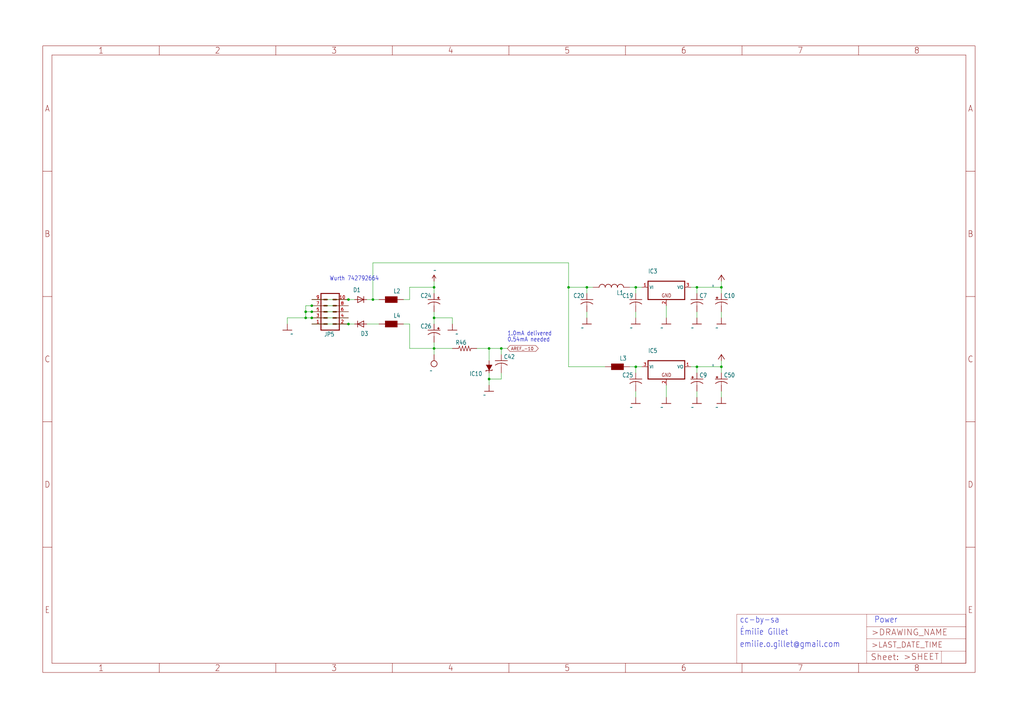
<source format=kicad_sch>
(kicad_sch (version 20211123) (generator eeschema)
  (paper "User" 425.45 299.161)
  (lib_symbols
    (symbol "tides-eagle-import:+3V3" (power)
      (property "Value" "+3V3" (at -2.54 -5.08 90))
      (symbol "+3V3_1_0"
        (polyline (pts (xy 0 0) (xy -1.27 -1.905)) (stroke (width 0.254)))
        (polyline (pts (xy 1.27 -1.905) (xy 0 0)) (stroke (width 0.254)))
        (pin power_in line (at 0 -2.54 90) (length 2.54) (name "+3V3") (number "1"))
      )
    )
    (symbol "tides-eagle-import:+3V3_A" (power)
      (property "Value" "+3V3_A" (at -2.54 -5.08 90))
      (symbol "+3V3_A_1_0"
        (polyline (pts (xy 0 0) (xy -1.27 -1.905)) (stroke (width 0.254)))
        (polyline (pts (xy 1.27 -1.905) (xy 0 0)) (stroke (width 0.254)))
        (pin power_in line (at 0 -2.54 90) (length 2.54) (name "+3V3_A") (number "1"))
      )
    )
    (symbol "tides-eagle-import:A3L-LOC"
      (symbol "A3L-LOC_1_0"
        (polyline (pts (xy 0 52.07) (xy 3.81 52.07)))
        (polyline (pts (xy 0 104.14) (xy 3.81 104.14)))
        (polyline (pts (xy 0 156.21) (xy 3.81 156.21)))
        (polyline (pts (xy 0 208.28) (xy 3.81 208.28)))
        (polyline (pts (xy 3.81 3.81) (xy 3.81 256.54)))
        (polyline (pts (xy 48.4188 0) (xy 48.4188 3.81)))
        (polyline (pts (xy 48.4188 256.54) (xy 48.4188 260.35)))
        (polyline (pts (xy 96.8375 0) (xy 96.8375 3.81)))
        (polyline (pts (xy 96.8375 256.54) (xy 96.8375 260.35)))
        (polyline (pts (xy 145.2563 0) (xy 145.2563 3.81)))
        (polyline (pts (xy 145.2563 256.54) (xy 145.2563 260.35)))
        (polyline (pts (xy 193.675 0) (xy 193.675 3.81)))
        (polyline (pts (xy 193.675 256.54) (xy 193.675 260.35)))
        (polyline (pts (xy 242.0938 0) (xy 242.0938 3.81)))
        (polyline (pts (xy 242.0938 256.54) (xy 242.0938 260.35)))
        (polyline (pts (xy 288.29 3.81) (xy 288.29 24.13)) (stroke (width 0.1016)))
        (polyline (pts (xy 288.29 3.81) (xy 342.265 3.81)) (stroke (width 0.1016)))
        (polyline (pts (xy 288.29 24.13) (xy 342.265 24.13)) (stroke (width 0.1016)))
        (polyline (pts (xy 290.5125 0) (xy 290.5125 3.81)))
        (polyline (pts (xy 290.5125 256.54) (xy 290.5125 260.35)))
        (polyline (pts (xy 338.9313 0) (xy 338.9313 3.81)))
        (polyline (pts (xy 338.9313 256.54) (xy 338.9313 260.35)))
        (polyline (pts (xy 342.265 3.81) (xy 373.38 3.81)) (stroke (width 0.1016)))
        (polyline (pts (xy 342.265 8.89) (xy 342.265 3.81)) (stroke (width 0.1016)))
        (polyline (pts (xy 342.265 8.89) (xy 342.265 13.97)) (stroke (width 0.1016)))
        (polyline (pts (xy 342.265 13.97) (xy 342.265 19.05)) (stroke (width 0.1016)))
        (polyline (pts (xy 342.265 13.97) (xy 383.54 13.97)) (stroke (width 0.1016)))
        (polyline (pts (xy 342.265 19.05) (xy 342.265 24.13)) (stroke (width 0.1016)))
        (polyline (pts (xy 342.265 19.05) (xy 383.54 19.05)) (stroke (width 0.1016)))
        (polyline (pts (xy 342.265 24.13) (xy 383.54 24.13)) (stroke (width 0.1016)))
        (polyline (pts (xy 373.38 3.81) (xy 373.38 8.89)) (stroke (width 0.1016)))
        (polyline (pts (xy 373.38 3.81) (xy 383.54 3.81)) (stroke (width 0.1016)))
        (polyline (pts (xy 373.38 8.89) (xy 342.265 8.89)) (stroke (width 0.1016)))
        (polyline (pts (xy 373.38 8.89) (xy 383.54 8.89)) (stroke (width 0.1016)))
        (polyline (pts (xy 383.54 3.81) (xy 3.81 3.81)))
        (polyline (pts (xy 383.54 3.81) (xy 383.54 8.89)) (stroke (width 0.1016)))
        (polyline (pts (xy 383.54 3.81) (xy 383.54 256.54)))
        (polyline (pts (xy 383.54 8.89) (xy 383.54 13.97)) (stroke (width 0.1016)))
        (polyline (pts (xy 383.54 13.97) (xy 383.54 19.05)) (stroke (width 0.1016)))
        (polyline (pts (xy 383.54 19.05) (xy 383.54 24.13)) (stroke (width 0.1016)))
        (polyline (pts (xy 383.54 52.07) (xy 387.35 52.07)))
        (polyline (pts (xy 383.54 104.14) (xy 387.35 104.14)))
        (polyline (pts (xy 383.54 156.21) (xy 387.35 156.21)))
        (polyline (pts (xy 383.54 208.28) (xy 387.35 208.28)))
        (polyline (pts (xy 383.54 256.54) (xy 3.81 256.54)))
        (polyline (pts (xy 0 0) (xy 387.35 0) (xy 387.35 260.35) (xy 0 260.35) (xy 0 0)))
        (text "1" (at 24.2094 1.905 0) (effects (font (size 2.54 2.286))))
        (text "1" (at 24.2094 258.445 0) (effects (font (size 2.54 2.286))))
        (text "2" (at 72.6281 1.905 0) (effects (font (size 2.54 2.286))))
        (text "2" (at 72.6281 258.445 0) (effects (font (size 2.54 2.286))))
        (text "3" (at 121.0469 1.905 0) (effects (font (size 2.54 2.286))))
        (text "3" (at 121.0469 258.445 0) (effects (font (size 2.54 2.286))))
        (text "4" (at 169.4656 1.905 0) (effects (font (size 2.54 2.286))))
        (text "4" (at 169.4656 258.445 0) (effects (font (size 2.54 2.286))))
        (text "5" (at 217.8844 1.905 0) (effects (font (size 2.54 2.286))))
        (text "5" (at 217.8844 258.445 0) (effects (font (size 2.54 2.286))))
        (text "6" (at 266.3031 1.905 0) (effects (font (size 2.54 2.286))))
        (text "6" (at 266.3031 258.445 0) (effects (font (size 2.54 2.286))))
        (text "7" (at 314.7219 1.905 0) (effects (font (size 2.54 2.286))))
        (text "7" (at 314.7219 258.445 0) (effects (font (size 2.54 2.286))))
        (text "8" (at 363.1406 1.905 0) (effects (font (size 2.54 2.286))))
        (text "8" (at 363.1406 258.445 0) (effects (font (size 2.54 2.286))))
        (text ">DRAWING_NAME" (at 344.17 15.24 0) (effects (font (size 2.54 2.54)) (justify left bottom)))
        (text ">LAST_DATE_TIME" (at 344.17 10.16 0) (effects (font (size 2.286 2.286)) (justify left bottom)))
        (text ">SHEET" (at 357.505 5.08 0) (effects (font (size 2.54 2.54)) (justify left bottom)))
        (text "A" (at 1.905 234.315 0) (effects (font (size 2.54 2.286))))
        (text "A" (at 385.445 234.315 0) (effects (font (size 2.54 2.286))))
        (text "B" (at 1.905 182.245 0) (effects (font (size 2.54 2.286))))
        (text "B" (at 385.445 182.245 0) (effects (font (size 2.54 2.286))))
        (text "C" (at 1.905 130.175 0) (effects (font (size 2.54 2.286))))
        (text "C" (at 385.445 130.175 0) (effects (font (size 2.54 2.286))))
        (text "D" (at 1.905 78.105 0) (effects (font (size 2.54 2.286))))
        (text "D" (at 385.445 78.105 0) (effects (font (size 2.54 2.286))))
        (text "E" (at 1.905 26.035 0) (effects (font (size 2.54 2.286))))
        (text "E" (at 385.445 26.035 0) (effects (font (size 2.54 2.286))))
        (text "Sheet:" (at 343.916 4.953 0) (effects (font (size 2.54 2.54)) (justify left bottom)))
      )
    )
    (symbol "tides-eagle-import:C-USC0402"
      (property "Reference" "C" (at 1.016 0.635 0))
      (property "Value" "C-USC0402" (at 1.016 -4.191 0))
      (symbol "C-USC0402_1_0"
        (arc (start 0 -1.0161) (mid -1.302 -1.2303) (end -2.4668 -1.8504) (stroke (width 0.254)))
        (polyline (pts (xy -2.54 0) (xy 2.54 0)) (stroke (width 0.254)))
        (polyline (pts (xy 0 -1.016) (xy 0 -2.54)) (stroke (width 0.1524)))
        (arc (start 2.4892 -1.8542) (mid 1.3158 -1.2195) (end 0 -1) (stroke (width 0.254)))
        (pin passive line (at 0 2.54 270) (length 2.54) (name "1") (number "1"))
        (pin passive line (at 0 -5.08 90) (length 2.54) (name "2") (number "2"))
      )
    )
    (symbol "tides-eagle-import:C-USC1206"
      (property "Reference" "C" (at 1.016 0.635 0))
      (property "Value" "C-USC1206" (at 1.016 -4.191 0))
      (symbol "C-USC1206_1_0"
        (arc (start 0 -1.0161) (mid -1.302 -1.2303) (end -2.4668 -1.8504) (stroke (width 0.254)))
        (polyline (pts (xy -2.54 0) (xy 2.54 0)) (stroke (width 0.254)))
        (polyline (pts (xy 0 -1.016) (xy 0 -2.54)) (stroke (width 0.1524)))
        (arc (start 2.4892 -1.8542) (mid 1.3158 -1.2195) (end 0 -1) (stroke (width 0.254)))
        (pin passive line (at 0 2.54 270) (length 2.54) (name "1") (number "1"))
        (pin passive line (at 0 -5.08 90) (length 2.54) (name "2") (number "2"))
      )
    )
    (symbol "tides-eagle-import:CPOL-USA"
      (property "Reference" "C" (at 1.016 0.635 0))
      (property "Value" "CPOL-USA" (at 1.016 -4.191 0))
      (symbol "CPOL-USA_1_0"
        (rectangle (start -2.253 0.668) (end -1.364 0.795) (fill (type outline)))
        (rectangle (start -1.872 0.287) (end -1.745 1.176) (fill (type outline)))
        (arc (start 0 -1.0161) (mid -1.3021 -1.2302) (end -2.4669 -1.8504) (stroke (width 0.254)))
        (polyline (pts (xy -2.54 0) (xy 2.54 0)) (stroke (width 0.254)))
        (polyline (pts (xy 0 -1.016) (xy 0 -2.54)) (stroke (width 0.1524)))
        (arc (start 2.4892 -1.8542) (mid 1.3158 -1.2195) (end 0 -1) (stroke (width 0.254)))
        (pin passive line (at 0 2.54 270) (length 2.54) (name "+") (number "+"))
        (pin passive line (at 0 -5.08 90) (length 2.54) (name "-") (number "-"))
      )
    )
    (symbol "tides-eagle-import:CPOL-USB"
      (property "Reference" "C" (at 1.016 0.635 0))
      (property "Value" "CPOL-USB" (at 1.016 -4.191 0))
      (symbol "CPOL-USB_1_0"
        (rectangle (start -2.253 0.668) (end -1.364 0.795) (fill (type outline)))
        (rectangle (start -1.872 0.287) (end -1.745 1.176) (fill (type outline)))
        (arc (start 0 -1.0161) (mid -1.3021 -1.2302) (end -2.4669 -1.8504) (stroke (width 0.254)))
        (polyline (pts (xy -2.54 0) (xy 2.54 0)) (stroke (width 0.254)))
        (polyline (pts (xy 0 -1.016) (xy 0 -2.54)) (stroke (width 0.1524)))
        (arc (start 2.4892 -1.8542) (mid 1.3158 -1.2195) (end 0 -1) (stroke (width 0.254)))
        (pin passive line (at 0 2.54 270) (length 2.54) (name "+") (number "+"))
        (pin passive line (at 0 -5.08 90) (length 2.54) (name "-") (number "-"))
      )
    )
    (symbol "tides-eagle-import:DIODE-SOD123"
      (property "Reference" "D" (at 2.54 0.4826 0))
      (property "Value" "DIODE-SOD123" (at 2.54 -2.3114 0))
      (symbol "DIODE-SOD123_1_0"
        (polyline (pts (xy -1.27 -1.27) (xy 1.27 0)) (stroke (width 0.254)))
        (polyline (pts (xy -1.27 1.27) (xy -1.27 -1.27)) (stroke (width 0.254)))
        (polyline (pts (xy 1.27 0) (xy -1.27 1.27)) (stroke (width 0.254)))
        (polyline (pts (xy 1.27 0) (xy 1.27 -1.27)) (stroke (width 0.254)))
        (polyline (pts (xy 1.27 1.27) (xy 1.27 0)) (stroke (width 0.254)))
        (pin passive line (at -2.54 0 0) (length 2.54) (name "A") (number "A"))
        (pin passive line (at 2.54 0 180) (length 2.54) (name "C") (number "C"))
      )
    )
    (symbol "tides-eagle-import:GND" (power)
      (property "Value" "GND" (at -2.54 -2.54 0))
      (symbol "GND_1_0"
        (polyline (pts (xy -1.905 0) (xy 1.905 0)) (stroke (width 0.254)))
        (pin power_in line (at 0 2.54 270) (length 2.54) (name "GND") (number "1"))
      )
    )
    (symbol "tides-eagle-import:L-USL2012C"
      (property "Value" "L-USL2012C" (at 3.81 -5.08 90))
      (symbol "L-USL2012C_1_0"
        (arc (start 0 -5.08) (mid 0.898 -4.708) (end 1.27 -3.81) (stroke (width 0.254)))
        (arc (start 0 -2.54) (mid 0.898 -2.168) (end 1.27 -1.27) (stroke (width 0.254)))
        (arc (start 0 0) (mid 0.898 0.372) (end 1.27 1.27) (stroke (width 0.254)))
        (arc (start 0 2.54) (mid 0.898 2.912) (end 1.27 3.81) (stroke (width 0.254)))
        (arc (start 1.27 -3.81) (mid 0.898 -2.912) (end 0 -2.54) (stroke (width 0.254)))
        (arc (start 1.27 -1.27) (mid 0.898 -0.372) (end 0 0) (stroke (width 0.254)))
        (arc (start 1.27 1.27) (mid 0.898 2.168) (end 0 2.54) (stroke (width 0.254)))
        (arc (start 1.27 3.81) (mid 0.898 4.708) (end 0 5.08) (stroke (width 0.254)))
        (pin passive line (at 0 7.62 270) (length 2.54) (name "1") (number "1"))
        (pin passive line (at 0 -7.62 90) (length 2.54) (name "2") (number "2"))
      )
    )
    (symbol "tides-eagle-import:LD2981ABU"
      (property "Reference" "IC" (at -7.62 5.715 0))
      (property "Value" "LD2981ABU" (at -7.62 3.175 0))
      (symbol "LD2981ABU_1_0"
        (polyline (pts (xy -7.62 -5.08) (xy 7.62 -5.08)) (stroke (width 0.4064)))
        (polyline (pts (xy -7.62 2.54) (xy -7.62 -5.08)) (stroke (width 0.4064)))
        (polyline (pts (xy 7.62 -5.08) (xy 7.62 2.54)) (stroke (width 0.4064)))
        (polyline (pts (xy 7.62 2.54) (xy -7.62 2.54)) (stroke (width 0.4064)))
        (text "GND" (at -2.032 -4.318 0) (effects (font (size 1.524 1.2954)) (justify left bottom)))
        (pin passive line (at 10.16 0 180) (length 2.54) (name "VO") (number "1"))
        (pin passive line (at 0 -7.62 90) (length 2.54) (name "GND") (number "2"))
        (pin input line (at -10.16 0 0) (length 2.54) (name "VI") (number "3"))
      )
    )
    (symbol "tides-eagle-import:LM4041DBZ"
      (property "Reference" "IC" (at 2.794 1.905 0))
      (property "Value" "LM4041DBZ" (at 2.794 -0.889 0))
      (symbol "LM4041DBZ_1_0"
        (polyline (pts (xy -1.27 1.524) (xy -1.27 1.143)) (stroke (width 0.254)))
        (polyline (pts (xy 0 1.524) (xy -1.27 1.524)) (stroke (width 0.254)))
        (polyline (pts (xy 1.27 1.524) (xy 0 1.524)) (stroke (width 0.254)))
        (polyline (pts (xy 1.27 1.905) (xy 1.27 1.524)) (stroke (width 0.254)))
        (polyline (pts (xy 0 1.524) (xy -1.27 -0.762) (xy 1.27 -0.762)) (fill (type outline)))
        (pin passive line (at 0 2.54 270) (length 2.54) (name "C") (number "1"))
        (pin passive line (at 0 -2.54 90) (length 2.54) (name "A") (number "2"))
      )
    )
    (symbol "tides-eagle-import:M05X2SHD"
      (property "Reference" "JP" (at -2.54 8.382 0))
      (property "Value" "M05X2SHD" (at -2.54 -10.16 0))
      (symbol "M05X2SHD_1_0"
        (polyline (pts (xy -3.81 7.62) (xy -3.81 -7.62)) (stroke (width 0.4064)))
        (polyline (pts (xy -3.81 7.62) (xy 3.81 7.62)) (stroke (width 0.4064)))
        (polyline (pts (xy -1.27 -5.08) (xy -2.54 -5.08)) (stroke (width 0.6096)))
        (polyline (pts (xy -1.27 -2.54) (xy -2.54 -2.54)) (stroke (width 0.6096)))
        (polyline (pts (xy -1.27 0) (xy -2.54 0)) (stroke (width 0.6096)))
        (polyline (pts (xy -1.27 2.54) (xy -2.54 2.54)) (stroke (width 0.6096)))
        (polyline (pts (xy -1.27 5.08) (xy -2.54 5.08)) (stroke (width 0.6096)))
        (polyline (pts (xy 1.27 -5.08) (xy 2.54 -5.08)) (stroke (width 0.6096)))
        (polyline (pts (xy 1.27 -2.54) (xy 2.54 -2.54)) (stroke (width 0.6096)))
        (polyline (pts (xy 1.27 0) (xy 2.54 0)) (stroke (width 0.6096)))
        (polyline (pts (xy 1.27 2.54) (xy 2.54 2.54)) (stroke (width 0.6096)))
        (polyline (pts (xy 1.27 5.08) (xy 2.54 5.08)) (stroke (width 0.6096)))
        (polyline (pts (xy 3.81 -7.62) (xy -3.81 -7.62)) (stroke (width 0.4064)))
        (polyline (pts (xy 3.81 -7.62) (xy 3.81 7.62)) (stroke (width 0.4064)))
        (pin passive line (at -7.62 5.08 0) (length 5.08) (name "1") (number "1"))
        (pin passive line (at 7.62 -5.08 180) (length 5.08) (name "10") (number "10"))
        (pin passive line (at 7.62 5.08 180) (length 5.08) (name "2") (number "2"))
        (pin passive line (at -7.62 2.54 0) (length 5.08) (name "3") (number "3"))
        (pin passive line (at 7.62 2.54 180) (length 5.08) (name "4") (number "4"))
        (pin passive line (at -7.62 0 0) (length 5.08) (name "5") (number "5"))
        (pin passive line (at 7.62 0 180) (length 5.08) (name "6") (number "6"))
        (pin passive line (at -7.62 -2.54 0) (length 5.08) (name "7") (number "7"))
        (pin passive line (at 7.62 -2.54 180) (length 5.08) (name "8") (number "8"))
        (pin passive line (at -7.62 -5.08 0) (length 5.08) (name "9") (number "9"))
      )
    )
    (symbol "tides-eagle-import:R-US_R0402"
      (property "Reference" "R" (at -3.81 1.4986 0))
      (property "Value" "R-US_R0402" (at -3.81 -3.302 0))
      (symbol "R-US_R0402_1_0"
        (polyline (pts (xy -2.54 0) (xy -2.159 1.016)) (stroke (width 0.2032)))
        (polyline (pts (xy -2.159 1.016) (xy -1.524 -1.016)) (stroke (width 0.2032)))
        (polyline (pts (xy -1.524 -1.016) (xy -0.889 1.016)) (stroke (width 0.2032)))
        (polyline (pts (xy -0.889 1.016) (xy -0.254 -1.016)) (stroke (width 0.2032)))
        (polyline (pts (xy -0.254 -1.016) (xy 0.381 1.016)) (stroke (width 0.2032)))
        (polyline (pts (xy 0.381 1.016) (xy 1.016 -1.016)) (stroke (width 0.2032)))
        (polyline (pts (xy 1.016 -1.016) (xy 1.651 1.016)) (stroke (width 0.2032)))
        (polyline (pts (xy 1.651 1.016) (xy 2.286 -1.016)) (stroke (width 0.2032)))
        (polyline (pts (xy 2.286 -1.016) (xy 2.54 0)) (stroke (width 0.2032)))
        (pin passive line (at -5.08 0 0) (length 2.54) (name "1") (number "1"))
        (pin passive line (at 5.08 0 180) (length 2.54) (name "2") (number "2"))
      )
    )
    (symbol "tides-eagle-import:VCC" (power)
      (property "Value" "VCC" (at -1.016 3.556 0))
      (symbol "VCC_1_0"
        (polyline (pts (xy 0 2.54) (xy -0.762 1.27)) (stroke (width 0.254)))
        (polyline (pts (xy 0.762 1.27) (xy 0 2.54)) (stroke (width 0.254)))
        (pin power_in line (at 0 0 90) (length 2.54) (name "VCC") (number "1"))
      )
    )
    (symbol "tides-eagle-import:VEE" (power)
      (property "Value" "VEE" (at -1.905 3.175 0))
      (symbol "VEE_1_0"
        (circle (center 0 1.27) (radius 1.27) (stroke (width 0.254)))
        (pin power_in line (at 0 -2.54 90) (length 2.54) (name "VEE") (number "1"))
      )
    )
    (symbol "tides-eagle-import:WE-CBF_0603"
      (property "Reference" "L" (at -3.81 5.08 0))
      (property "Value" "WE-CBF_0603" (at -3.81 -1.27 0))
      (symbol "WE-CBF_0603_1_0"
        (rectangle (start -2.54 1.27) (end 2.54 3.81) (fill (type outline)))
        (pin passive line (at -5.08 2.54 0) (length 2.54) (name "1") (number "1"))
        (pin passive line (at 5.08 2.54 180) (length 2.54) (name "2") (number "2"))
      )
    )
    (symbol "tides-eagle-import:WE173950378"
      (property "Reference" "IC" (at -7.62 5.715 0))
      (property "Value" "WE173950378" (at -7.62 3.175 0))
      (symbol "WE173950378_1_0"
        (polyline (pts (xy -7.62 -5.08) (xy 7.62 -5.08)) (stroke (width 0.4064)))
        (polyline (pts (xy -7.62 2.54) (xy -7.62 -5.08)) (stroke (width 0.4064)))
        (polyline (pts (xy 7.62 -5.08) (xy 7.62 2.54)) (stroke (width 0.4064)))
        (polyline (pts (xy 7.62 2.54) (xy -7.62 2.54)) (stroke (width 0.4064)))
        (text "GND" (at -2.032 -4.318 0) (effects (font (size 1.524 1.2954)) (justify left bottom)))
        (pin input line (at -10.16 0 0) (length 2.54) (name "VI") (number "1"))
        (pin passive line (at 0 -7.62 90) (length 2.54) (name "GND") (number "2"))
        (pin passive line (at 10.16 0 180) (length 2.54) (name "VO") (number "3"))
      )
    )
  )
  (junction (at 129.54 127))
  (junction (at 236.22 119.38))
  (junction (at 180.34 144.78))
  (junction (at 154.94 124.46))
  (junction (at 289.56 152.4))
  (junction (at 264.16 152.4))
  (junction (at 264.16 119.38))
  (junction (at 144.78 134.62))
  (junction (at 129.54 129.54))
  (junction (at 203.2 144.78))
  (junction (at 289.56 119.38))
  (junction (at 299.72 152.4))
  (junction (at 144.78 124.46))
  (junction (at 243.84 119.38))
  (junction (at 180.34 132.08))
  (junction (at 299.72 119.38))
  (junction (at 180.34 119.38))
  (junction (at 129.54 132.08))
  (junction (at 127 129.54))
  (junction (at 208.28 144.78))
  (junction (at 203.2 157.48))
  (junction (at 127 132.08))
  (wire (pts (xy 289.56 129.54) (xy 289.56 132.08)))
  (wire (pts (xy 203.2 144.78) (xy 198.12 144.78)))
  (wire (pts (xy 152.4 134.62) (xy 157.48 134.62)))
  (wire (pts (xy 180.34 132.08) (xy 187.96 132.08)))
  (wire (pts (xy 236.22 119.38) (xy 243.84 119.38)))
  (wire (pts (xy 287.02 152.4) (xy 289.56 152.4)))
  (wire (pts (xy 299.72 119.38) (xy 299.72 121.92)))
  (wire (pts (xy 144.78 132.08) (xy 129.54 132.08)))
  (wire (pts (xy 203.2 157.48) (xy 203.2 160.02)))
  (wire (pts (xy 264.16 119.38) (xy 264.16 121.92)))
  (wire (pts (xy 203.2 154.94) (xy 203.2 157.48)))
  (wire (pts (xy 264.16 129.54) (xy 264.16 132.08)))
  (wire (pts (xy 119.38 132.08) (xy 119.38 134.62)))
  (wire (pts (xy 127 127) (xy 127 129.54)))
  (wire (pts (xy 287.02 119.38) (xy 289.56 119.38)))
  (wire (pts (xy 299.72 116.84) (xy 299.72 119.38)))
  (wire (pts (xy 180.34 132.08) (xy 180.34 134.62)))
  (wire (pts (xy 264.16 152.4) (xy 266.7 152.4)))
  (wire (pts (xy 299.72 129.54) (xy 299.72 132.08)))
  (wire (pts (xy 266.7 119.38) (xy 264.16 119.38)))
  (wire (pts (xy 144.78 124.46) (xy 129.54 124.46)))
  (wire (pts (xy 129.54 132.08) (xy 127 132.08)))
  (wire (pts (xy 299.72 154.94) (xy 299.72 152.4)))
  (wire (pts (xy 144.78 134.62) (xy 129.54 134.62)))
  (wire (pts (xy 129.54 127) (xy 127 127)))
  (wire (pts (xy 236.22 109.22) (xy 236.22 119.38)))
  (wire (pts (xy 276.86 132.08) (xy 276.86 127)))
  (wire (pts (xy 180.34 129.54) (xy 180.34 132.08)))
  (wire (pts (xy 170.18 144.78) (xy 170.18 134.62)))
  (wire (pts (xy 127 129.54) (xy 129.54 129.54)))
  (wire (pts (xy 180.34 119.38) (xy 180.34 116.84)))
  (wire (pts (xy 208.28 144.78) (xy 210.82 144.78)))
  (wire (pts (xy 144.78 124.46) (xy 147.32 124.46)))
  (wire (pts (xy 289.56 119.38) (xy 299.72 119.38)))
  (wire (pts (xy 167.64 124.46) (xy 170.18 124.46)))
  (wire (pts (xy 154.94 109.22) (xy 236.22 109.22)))
  (wire (pts (xy 289.56 121.92) (xy 289.56 119.38)))
  (wire (pts (xy 144.78 127) (xy 129.54 127)))
  (wire (pts (xy 170.18 119.38) (xy 180.34 119.38)))
  (wire (pts (xy 180.34 144.78) (xy 170.18 144.78)))
  (wire (pts (xy 127 129.54) (xy 127 132.08)))
  (wire (pts (xy 170.18 134.62) (xy 167.64 134.62)))
  (wire (pts (xy 180.34 142.24) (xy 180.34 144.78)))
  (wire (pts (xy 236.22 152.4) (xy 236.22 119.38)))
  (wire (pts (xy 152.4 124.46) (xy 154.94 124.46)))
  (wire (pts (xy 129.54 129.54) (xy 144.78 129.54)))
  (wire (pts (xy 276.86 160.02) (xy 276.86 165.1)))
  (wire (pts (xy 243.84 119.38) (xy 243.84 121.92)))
  (wire (pts (xy 264.16 162.56) (xy 264.16 165.1)))
  (wire (pts (xy 187.96 144.78) (xy 180.34 144.78)))
  (wire (pts (xy 154.94 124.46) (xy 154.94 109.22)))
  (wire (pts (xy 299.72 149.86) (xy 299.72 152.4)))
  (wire (pts (xy 147.32 134.62) (xy 144.78 134.62)))
  (wire (pts (xy 180.34 121.92) (xy 180.34 119.38)))
  (wire (pts (xy 187.96 132.08) (xy 187.96 134.62)))
  (wire (pts (xy 208.28 144.78) (xy 203.2 144.78)))
  (wire (pts (xy 154.94 124.46) (xy 157.48 124.46)))
  (wire (pts (xy 289.56 162.56) (xy 289.56 165.1)))
  (wire (pts (xy 180.34 147.32) (xy 180.34 144.78)))
  (wire (pts (xy 208.28 154.94) (xy 208.28 157.48)))
  (wire (pts (xy 299.72 162.56) (xy 299.72 165.1)))
  (wire (pts (xy 243.84 129.54) (xy 243.84 132.08)))
  (wire (pts (xy 246.38 119.38) (xy 243.84 119.38)))
  (wire (pts (xy 289.56 152.4) (xy 299.72 152.4)))
  (wire (pts (xy 251.46 152.4) (xy 236.22 152.4)))
  (wire (pts (xy 261.62 152.4) (xy 264.16 152.4)))
  (wire (pts (xy 264.16 154.94) (xy 264.16 152.4)))
  (wire (pts (xy 289.56 154.94) (xy 289.56 152.4)))
  (wire (pts (xy 170.18 124.46) (xy 170.18 119.38)))
  (wire (pts (xy 203.2 157.48) (xy 208.28 157.48)))
  (wire (pts (xy 127 132.08) (xy 119.38 132.08)))
  (wire (pts (xy 203.2 149.86) (xy 203.2 144.78)))
  (wire (pts (xy 208.28 144.78) (xy 208.28 147.32)))
  (wire (pts (xy 261.62 119.38) (xy 264.16 119.38)))
  (text "emilie.o.gillet@gmail.com" (at 307.34 269.24 180) (effects (font (size 2.54 2.159)) (justify left bottom)))
  (text "Émilie Gillet" (at 307.34 264.16 180) (effects (font (size 2.54 2.159)) (justify left bottom)))
  (text "Wurth 742792664" (at 157.48 116.84 180) (effects (font (size 1.778 1.5113)) (justify right bottom)))
  (text "0.54mA needed" (at 210.82 142.24 180) (effects (font (size 1.778 1.5113)) (justify left bottom)))
  (text "cc-by-sa" (at 307.34 259.08 180) (effects (font (size 2.54 2.159)) (justify left bottom)))
  (text "Power" (at 363.22 259.08 180) (effects (font (size 2.54 2.159)) (justify left bottom)))
  (text "1.0mA delivered" (at 210.82 139.7 180) (effects (font (size 1.778 1.5113)) (justify left bottom)))
  (global_label "AREF_-10" (shape bidirectional) (at 210.82 144.78 0) (effects (font (size 1.2446 1.2446))) (property "Intersheet References" "${INTERSHEET_REFS}" (effects hide)))
  (symbol (lib_id "tides-eagle-import:GND") (at 299.72 134.62 0) (unit 1)
    (property "Reference" "#GND11" (effects hide))
  )
  (symbol (lib_id "tides-eagle-import:A3L-LOC") (at 17.78 279.4 0) (unit 1)
    (property "Reference" "#FRAME6" (effects hide))
  )
  (symbol (lib_id "tides-eagle-import:M05X2SHD") (at 137.16 129.54 0) (mirror x) (unit 1)
    (property "Reference" "JP5" (at 134.62 137.922 0) (effects (font (size 1.778 1.5113)) (justify left bottom)))
  )
  (symbol (lib_id "tides-eagle-import:C-USC0402") (at 289.56 124.46 0) (unit 1)
    (property "Reference" "C7" (at 290.576 123.825 0) (effects (font (size 1.778 1.5113)) (justify left bottom)))
  )
  (symbol (lib_id "tides-eagle-import:+3V3") (at 299.72 114.3 0) (unit 1)
    (property "Reference" "#+3V2" (effects hide))
  )
  (symbol (lib_id "tides-eagle-import:C-USC1206") (at 264.16 124.46 0) (mirror y) (unit 1)
    (property "Reference" "C19" (at 263.144 123.825 0) (effects (font (size 1.778 1.5113)) (justify left bottom)))
  )
  (symbol (lib_id "tides-eagle-import:+3V3_A") (at 299.72 147.32 0) (unit 1)
    (property "Reference" "#+3V20" (effects hide))
  )
  (symbol (lib_id "tides-eagle-import:WE-CBF_0603") (at 162.56 127 0) (mirror y) (unit 1)
    (property "Reference" "L2" (at 166.37 121.92 0) (effects (font (size 1.778 1.5113)) (justify left bottom)))
  )
  (symbol (lib_id "tides-eagle-import:LD2981ABU") (at 276.86 152.4 0) (unit 1)
    (property "Reference" "IC5" (at 269.24 146.685 0) (effects (font (size 1.778 1.5113)) (justify left bottom)))
  )
  (symbol (lib_id "tides-eagle-import:CPOL-USA") (at 299.72 157.48 0) (unit 1)
    (property "Reference" "C50" (at 300.736 156.845 0) (effects (font (size 1.778 1.5113)) (justify left bottom)))
  )
  (symbol (lib_id "tides-eagle-import:R-US_R0402") (at 193.04 144.78 0) (unit 1)
    (property "Reference" "R46" (at 189.23 143.2814 0) (effects (font (size 1.778 1.5113)) (justify left bottom)))
  )
  (symbol (lib_id "tides-eagle-import:GND") (at 289.56 167.64 0) (unit 1)
    (property "Reference" "#GND3" (effects hide))
  )
  (symbol (lib_id "tides-eagle-import:CPOL-USB") (at 180.34 137.16 0) (mirror y) (unit 1)
    (property "Reference" "C26" (at 179.324 136.525 0) (effects (font (size 1.778 1.5113)) (justify left bottom)))
  )
  (symbol (lib_id "tides-eagle-import:GND") (at 187.96 137.16 0) (mirror y) (unit 1)
    (property "Reference" "#GND24" (effects hide))
  )
  (symbol (lib_id "tides-eagle-import:LM4041DBZ") (at 203.2 152.4 180) (unit 1)
    (property "Reference" "IC10" (at 200.406 154.305 0) (effects (font (size 1.778 1.5113)) (justify left bottom)))
  )
  (symbol (lib_id "tides-eagle-import:GND") (at 203.2 162.56 0) (unit 1)
    (property "Reference" "#GND1" (effects hide))
  )
  (symbol (lib_id "tides-eagle-import:GND") (at 119.38 137.16 0) (mirror y) (unit 1)
    (property "Reference" "#GND6" (effects hide))
  )
  (symbol (lib_id "tides-eagle-import:GND") (at 276.86 134.62 0) (unit 1)
    (property "Reference" "#GND9" (effects hide))
  )
  (symbol (lib_id "tides-eagle-import:L-USL2012C") (at 254 119.38 90) (unit 1)
    (property "Reference" "L1" (at 259.08 120.65 90) (effects (font (size 1.778 1.5113)) (justify left bottom)))
  )
  (symbol (lib_id "tides-eagle-import:GND") (at 264.16 167.64 0) (unit 1)
    (property "Reference" "#GND16" (effects hide))
  )
  (symbol (lib_id "tides-eagle-import:VEE") (at 180.34 149.86 0) (mirror x) (unit 1)
    (property "Reference" "#SUPPLY1" (effects hide))
  )
  (symbol (lib_id "tides-eagle-import:CPOL-USA") (at 289.56 157.48 0) (unit 1)
    (property "Reference" "C9" (at 290.576 156.845 0) (effects (font (size 1.778 1.5113)) (justify left bottom)))
  )
  (symbol (lib_id "tides-eagle-import:C-USC1206") (at 264.16 157.48 0) (mirror y) (unit 1)
    (property "Reference" "C25" (at 263.144 156.845 0) (effects (font (size 1.778 1.5113)) (justify left bottom)))
  )
  (symbol (lib_id "tides-eagle-import:DIODE-SOD123") (at 149.86 124.46 0) (mirror x) (unit 1)
    (property "Reference" "D1" (at 149.86 121.4374 0) (effects (font (size 1.778 1.5113)) (justify right top)))
  )
  (symbol (lib_id "tides-eagle-import:C-USC0402") (at 208.28 149.86 0) (unit 1)
    (property "Reference" "C42" (at 209.296 149.225 0) (effects (font (size 1.778 1.5113)) (justify left bottom)))
  )
  (symbol (lib_id "tides-eagle-import:VCC") (at 180.34 116.84 0) (mirror y) (unit 1)
    (property "Reference" "#P+1" (effects hide))
  )
  (symbol (lib_id "tides-eagle-import:WE173950378") (at 276.86 119.38 0) (unit 1)
    (property "Reference" "IC3" (at 269.24 113.665 0) (effects (font (size 1.778 1.5113)) (justify left bottom)))
  )
  (symbol (lib_id "tides-eagle-import:GND") (at 276.86 167.64 0) (unit 1)
    (property "Reference" "#GND2" (effects hide))
  )
  (symbol (lib_id "tides-eagle-import:GND") (at 243.84 134.62 0) (unit 1)
    (property "Reference" "#GND12" (effects hide))
  )
  (symbol (lib_id "tides-eagle-import:WE-CBF_0603") (at 256.54 154.94 0) (mirror y) (unit 1)
    (property "Reference" "L3" (at 260.35 149.86 0) (effects (font (size 1.778 1.5113)) (justify left bottom)))
  )
  (symbol (lib_id "tides-eagle-import:CPOL-USA") (at 299.72 124.46 0) (unit 1)
    (property "Reference" "C10" (at 300.736 123.825 0) (effects (font (size 1.778 1.5113)) (justify left bottom)))
  )
  (symbol (lib_id "tides-eagle-import:WE-CBF_0603") (at 162.56 137.16 0) (mirror y) (unit 1)
    (property "Reference" "L4" (at 166.37 132.08 0) (effects (font (size 1.778 1.5113)) (justify left bottom)))
  )
  (symbol (lib_id "tides-eagle-import:GND") (at 264.16 134.62 0) (unit 1)
    (property "Reference" "#GND13" (effects hide))
  )
  (symbol (lib_id "tides-eagle-import:C-USC1206") (at 243.84 124.46 0) (mirror y) (unit 1)
    (property "Reference" "C20" (at 242.824 123.825 0) (effects (font (size 1.778 1.5113)) (justify left bottom)))
  )
  (symbol (lib_id "tides-eagle-import:GND") (at 299.72 167.64 0) (unit 1)
    (property "Reference" "#GND93" (effects hide))
  )
  (symbol (lib_id "tides-eagle-import:CPOL-USB") (at 180.34 124.46 0) (mirror y) (unit 1)
    (property "Reference" "C24" (at 179.324 123.825 0) (effects (font (size 1.778 1.5113)) (justify left bottom)))
  )
  (symbol (lib_id "tides-eagle-import:DIODE-SOD123") (at 149.86 134.62 0) (mirror y) (unit 1)
    (property "Reference" "D3" (at 149.86 137.6426 0) (effects (font (size 1.778 1.5113)) (justify right top)))
  )
  (symbol (lib_id "tides-eagle-import:GND") (at 289.56 134.62 0) (unit 1)
    (property "Reference" "#GND7" (effects hide))
  )
)
</source>
